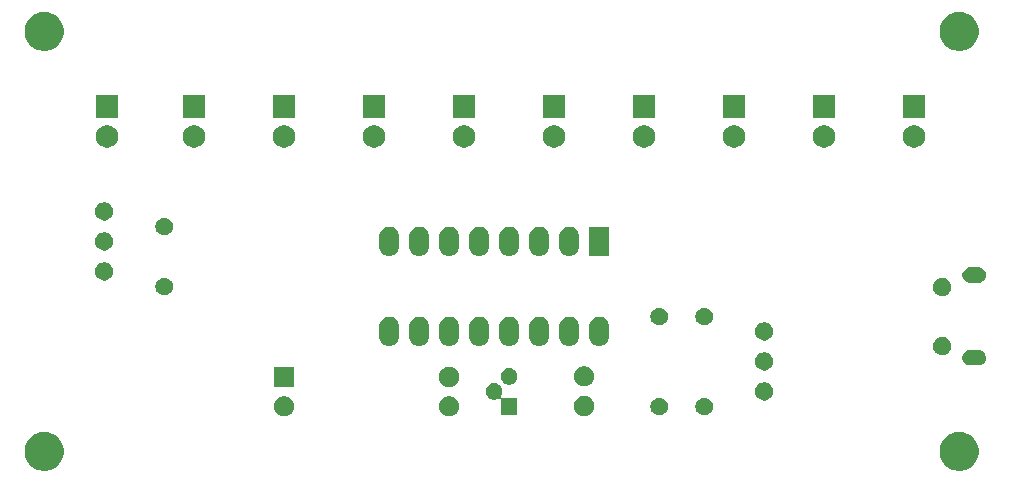
<source format=gbr>
G04 #@! TF.GenerationSoftware,KiCad,Pcbnew,(5.1.5)-3*
G04 #@! TF.CreationDate,2019-12-24T23:01:53+08:00*
G04 #@! TF.ProjectId,voice_ctrl_flow_ledled,766f6963-655f-4637-9472-6c5f666c6f77,rev?*
G04 #@! TF.SameCoordinates,Original*
G04 #@! TF.FileFunction,Soldermask,Bot*
G04 #@! TF.FilePolarity,Negative*
%FSLAX46Y46*%
G04 Gerber Fmt 4.6, Leading zero omitted, Abs format (unit mm)*
G04 Created by KiCad (PCBNEW (5.1.5)-3) date 2019-12-24 23:01:53*
%MOMM*%
%LPD*%
G04 APERTURE LIST*
%ADD10C,0.100000*%
G04 APERTURE END LIST*
D10*
G36*
X201035256Y-97451298D02*
G01*
X201141579Y-97472447D01*
X201442042Y-97596903D01*
X201712451Y-97777585D01*
X201942415Y-98007549D01*
X202123097Y-98277958D01*
X202247553Y-98578421D01*
X202311000Y-98897391D01*
X202311000Y-99222609D01*
X202247553Y-99541579D01*
X202123097Y-99842042D01*
X201942415Y-100112451D01*
X201712451Y-100342415D01*
X201442042Y-100523097D01*
X201141579Y-100647553D01*
X201035256Y-100668702D01*
X200822611Y-100711000D01*
X200497389Y-100711000D01*
X200284744Y-100668702D01*
X200178421Y-100647553D01*
X199877958Y-100523097D01*
X199607549Y-100342415D01*
X199377585Y-100112451D01*
X199196903Y-99842042D01*
X199072447Y-99541579D01*
X199009000Y-99222609D01*
X199009000Y-98897391D01*
X199072447Y-98578421D01*
X199196903Y-98277958D01*
X199377585Y-98007549D01*
X199607549Y-97777585D01*
X199877958Y-97596903D01*
X200178421Y-97472447D01*
X200284744Y-97451298D01*
X200497389Y-97409000D01*
X200822611Y-97409000D01*
X201035256Y-97451298D01*
G37*
G36*
X123565256Y-97451298D02*
G01*
X123671579Y-97472447D01*
X123972042Y-97596903D01*
X124242451Y-97777585D01*
X124472415Y-98007549D01*
X124653097Y-98277958D01*
X124777553Y-98578421D01*
X124841000Y-98897391D01*
X124841000Y-99222609D01*
X124777553Y-99541579D01*
X124653097Y-99842042D01*
X124472415Y-100112451D01*
X124242451Y-100342415D01*
X123972042Y-100523097D01*
X123671579Y-100647553D01*
X123565256Y-100668702D01*
X123352611Y-100711000D01*
X123027389Y-100711000D01*
X122814744Y-100668702D01*
X122708421Y-100647553D01*
X122407958Y-100523097D01*
X122137549Y-100342415D01*
X121907585Y-100112451D01*
X121726903Y-99842042D01*
X121602447Y-99541579D01*
X121539000Y-99222609D01*
X121539000Y-98897391D01*
X121602447Y-98578421D01*
X121726903Y-98277958D01*
X121907585Y-98007549D01*
X122137549Y-97777585D01*
X122407958Y-97596903D01*
X122708421Y-97472447D01*
X122814744Y-97451298D01*
X123027389Y-97409000D01*
X123352611Y-97409000D01*
X123565256Y-97451298D01*
G37*
G36*
X157728228Y-94431703D02*
G01*
X157883100Y-94495853D01*
X158022481Y-94588985D01*
X158141015Y-94707519D01*
X158234147Y-94846900D01*
X158298297Y-95001772D01*
X158331000Y-95166184D01*
X158331000Y-95333816D01*
X158298297Y-95498228D01*
X158234147Y-95653100D01*
X158141015Y-95792481D01*
X158022481Y-95911015D01*
X157883100Y-96004147D01*
X157728228Y-96068297D01*
X157563816Y-96101000D01*
X157396184Y-96101000D01*
X157231772Y-96068297D01*
X157076900Y-96004147D01*
X156937519Y-95911015D01*
X156818985Y-95792481D01*
X156725853Y-95653100D01*
X156661703Y-95498228D01*
X156629000Y-95333816D01*
X156629000Y-95166184D01*
X156661703Y-95001772D01*
X156725853Y-94846900D01*
X156818985Y-94707519D01*
X156937519Y-94588985D01*
X157076900Y-94495853D01*
X157231772Y-94431703D01*
X157396184Y-94399000D01*
X157563816Y-94399000D01*
X157728228Y-94431703D01*
G37*
G36*
X143758228Y-94431703D02*
G01*
X143913100Y-94495853D01*
X144052481Y-94588985D01*
X144171015Y-94707519D01*
X144264147Y-94846900D01*
X144328297Y-95001772D01*
X144361000Y-95166184D01*
X144361000Y-95333816D01*
X144328297Y-95498228D01*
X144264147Y-95653100D01*
X144171015Y-95792481D01*
X144052481Y-95911015D01*
X143913100Y-96004147D01*
X143758228Y-96068297D01*
X143593816Y-96101000D01*
X143426184Y-96101000D01*
X143261772Y-96068297D01*
X143106900Y-96004147D01*
X142967519Y-95911015D01*
X142848985Y-95792481D01*
X142755853Y-95653100D01*
X142691703Y-95498228D01*
X142659000Y-95333816D01*
X142659000Y-95166184D01*
X142691703Y-95001772D01*
X142755853Y-94846900D01*
X142848985Y-94707519D01*
X142967519Y-94588985D01*
X143106900Y-94495853D01*
X143261772Y-94431703D01*
X143426184Y-94399000D01*
X143593816Y-94399000D01*
X143758228Y-94431703D01*
G37*
G36*
X169158228Y-94391703D02*
G01*
X169313100Y-94455853D01*
X169452481Y-94548985D01*
X169571015Y-94667519D01*
X169664147Y-94806900D01*
X169728297Y-94961772D01*
X169761000Y-95126184D01*
X169761000Y-95293816D01*
X169728297Y-95458228D01*
X169664147Y-95613100D01*
X169571015Y-95752481D01*
X169452481Y-95871015D01*
X169313100Y-95964147D01*
X169158228Y-96028297D01*
X168993816Y-96061000D01*
X168826184Y-96061000D01*
X168661772Y-96028297D01*
X168506900Y-95964147D01*
X168367519Y-95871015D01*
X168248985Y-95752481D01*
X168155853Y-95613100D01*
X168091703Y-95458228D01*
X168059000Y-95293816D01*
X168059000Y-95126184D01*
X168091703Y-94961772D01*
X168155853Y-94806900D01*
X168248985Y-94667519D01*
X168367519Y-94548985D01*
X168506900Y-94455853D01*
X168661772Y-94391703D01*
X168826184Y-94359000D01*
X168993816Y-94359000D01*
X169158228Y-94391703D01*
G37*
G36*
X175479059Y-94527860D02*
G01*
X175536735Y-94551750D01*
X175615732Y-94584472D01*
X175738735Y-94666660D01*
X175843340Y-94771265D01*
X175925528Y-94894268D01*
X175982140Y-95030941D01*
X176011000Y-95176033D01*
X176011000Y-95323967D01*
X175982140Y-95469059D01*
X175925528Y-95605732D01*
X175843340Y-95728735D01*
X175738735Y-95833340D01*
X175615732Y-95915528D01*
X175615731Y-95915529D01*
X175615730Y-95915529D01*
X175479059Y-95972140D01*
X175333968Y-96001000D01*
X175186032Y-96001000D01*
X175040941Y-95972140D01*
X174904270Y-95915529D01*
X174904269Y-95915529D01*
X174904268Y-95915528D01*
X174781265Y-95833340D01*
X174676660Y-95728735D01*
X174594472Y-95605732D01*
X174537860Y-95469059D01*
X174509000Y-95323967D01*
X174509000Y-95176033D01*
X174537860Y-95030941D01*
X174594472Y-94894268D01*
X174676660Y-94771265D01*
X174781265Y-94666660D01*
X174904268Y-94584472D01*
X174983266Y-94551750D01*
X175040941Y-94527860D01*
X175186032Y-94499000D01*
X175333968Y-94499000D01*
X175479059Y-94527860D01*
G37*
G36*
X179289059Y-94527860D02*
G01*
X179346735Y-94551750D01*
X179425732Y-94584472D01*
X179548735Y-94666660D01*
X179653340Y-94771265D01*
X179735528Y-94894268D01*
X179792140Y-95030941D01*
X179821000Y-95176033D01*
X179821000Y-95323967D01*
X179792140Y-95469059D01*
X179735528Y-95605732D01*
X179653340Y-95728735D01*
X179548735Y-95833340D01*
X179425732Y-95915528D01*
X179425731Y-95915529D01*
X179425730Y-95915529D01*
X179289059Y-95972140D01*
X179143968Y-96001000D01*
X178996032Y-96001000D01*
X178850941Y-95972140D01*
X178714270Y-95915529D01*
X178714269Y-95915529D01*
X178714268Y-95915528D01*
X178591265Y-95833340D01*
X178486660Y-95728735D01*
X178404472Y-95605732D01*
X178347860Y-95469059D01*
X178319000Y-95323967D01*
X178319000Y-95176033D01*
X178347860Y-95030941D01*
X178404472Y-94894268D01*
X178486660Y-94771265D01*
X178591265Y-94666660D01*
X178714268Y-94584472D01*
X178793266Y-94551750D01*
X178850941Y-94527860D01*
X178996032Y-94499000D01*
X179143968Y-94499000D01*
X179289059Y-94527860D01*
G37*
G36*
X161494473Y-93305938D02*
G01*
X161622049Y-93358782D01*
X161736859Y-93435495D01*
X161834505Y-93533141D01*
X161911218Y-93647951D01*
X161964062Y-93775527D01*
X161991000Y-93910956D01*
X161991000Y-94049044D01*
X161964062Y-94184473D01*
X161911218Y-94312049D01*
X161882816Y-94354556D01*
X161871265Y-94376167D01*
X161864152Y-94399616D01*
X161861750Y-94424002D01*
X161864152Y-94448388D01*
X161871265Y-94471837D01*
X161882817Y-94493447D01*
X161898362Y-94512389D01*
X161917304Y-94527934D01*
X161938915Y-94539485D01*
X161962364Y-94546598D01*
X161986749Y-94549000D01*
X163261000Y-94549000D01*
X163261000Y-95951000D01*
X161859000Y-95951000D01*
X161859000Y-94676749D01*
X161856598Y-94652363D01*
X161849485Y-94628914D01*
X161837934Y-94607303D01*
X161822389Y-94588361D01*
X161803447Y-94572816D01*
X161781836Y-94561265D01*
X161758387Y-94554152D01*
X161734001Y-94551750D01*
X161709615Y-94554152D01*
X161686166Y-94561265D01*
X161664556Y-94572816D01*
X161622049Y-94601218D01*
X161494473Y-94654062D01*
X161359044Y-94681000D01*
X161220956Y-94681000D01*
X161085527Y-94654062D01*
X160957951Y-94601218D01*
X160843141Y-94524505D01*
X160745495Y-94426859D01*
X160668782Y-94312049D01*
X160615938Y-94184473D01*
X160589000Y-94049044D01*
X160589000Y-93910956D01*
X160615938Y-93775527D01*
X160668782Y-93647951D01*
X160745495Y-93533141D01*
X160843141Y-93435495D01*
X160957951Y-93358782D01*
X161085527Y-93305938D01*
X161220956Y-93279000D01*
X161359044Y-93279000D01*
X161494473Y-93305938D01*
G37*
G36*
X184275589Y-93218876D02*
G01*
X184374893Y-93238629D01*
X184515206Y-93296748D01*
X184641484Y-93381125D01*
X184748875Y-93488516D01*
X184833252Y-93614794D01*
X184891371Y-93755107D01*
X184921000Y-93904063D01*
X184921000Y-94055937D01*
X184891371Y-94204893D01*
X184833252Y-94345206D01*
X184748875Y-94471484D01*
X184641484Y-94578875D01*
X184515206Y-94663252D01*
X184374893Y-94721371D01*
X184275589Y-94741124D01*
X184225938Y-94751000D01*
X184074062Y-94751000D01*
X184024411Y-94741124D01*
X183925107Y-94721371D01*
X183784794Y-94663252D01*
X183658516Y-94578875D01*
X183551125Y-94471484D01*
X183466748Y-94345206D01*
X183408629Y-94204893D01*
X183379000Y-94055937D01*
X183379000Y-93904063D01*
X183408629Y-93755107D01*
X183466748Y-93614794D01*
X183551125Y-93488516D01*
X183658516Y-93381125D01*
X183784794Y-93296748D01*
X183925107Y-93238629D01*
X184024411Y-93218876D01*
X184074062Y-93209000D01*
X184225938Y-93209000D01*
X184275589Y-93218876D01*
G37*
G36*
X157728228Y-91931703D02*
G01*
X157883100Y-91995853D01*
X158022481Y-92088985D01*
X158141015Y-92207519D01*
X158234147Y-92346900D01*
X158298297Y-92501772D01*
X158331000Y-92666184D01*
X158331000Y-92833816D01*
X158298297Y-92998228D01*
X158234147Y-93153100D01*
X158141015Y-93292481D01*
X158022481Y-93411015D01*
X157883100Y-93504147D01*
X157728228Y-93568297D01*
X157563816Y-93601000D01*
X157396184Y-93601000D01*
X157231772Y-93568297D01*
X157076900Y-93504147D01*
X156937519Y-93411015D01*
X156818985Y-93292481D01*
X156725853Y-93153100D01*
X156661703Y-92998228D01*
X156629000Y-92833816D01*
X156629000Y-92666184D01*
X156661703Y-92501772D01*
X156725853Y-92346900D01*
X156818985Y-92207519D01*
X156937519Y-92088985D01*
X157076900Y-91995853D01*
X157231772Y-91931703D01*
X157396184Y-91899000D01*
X157563816Y-91899000D01*
X157728228Y-91931703D01*
G37*
G36*
X144361000Y-93601000D02*
G01*
X142659000Y-93601000D01*
X142659000Y-91899000D01*
X144361000Y-91899000D01*
X144361000Y-93601000D01*
G37*
G36*
X169158228Y-91891703D02*
G01*
X169313100Y-91955853D01*
X169452481Y-92048985D01*
X169571015Y-92167519D01*
X169664147Y-92306900D01*
X169728297Y-92461772D01*
X169761000Y-92626184D01*
X169761000Y-92793816D01*
X169728297Y-92958228D01*
X169664147Y-93113100D01*
X169571015Y-93252481D01*
X169452481Y-93371015D01*
X169313100Y-93464147D01*
X169158228Y-93528297D01*
X168993816Y-93561000D01*
X168826184Y-93561000D01*
X168661772Y-93528297D01*
X168506900Y-93464147D01*
X168367519Y-93371015D01*
X168248985Y-93252481D01*
X168155853Y-93113100D01*
X168091703Y-92958228D01*
X168059000Y-92793816D01*
X168059000Y-92626184D01*
X168091703Y-92461772D01*
X168155853Y-92306900D01*
X168248985Y-92167519D01*
X168367519Y-92048985D01*
X168506900Y-91955853D01*
X168661772Y-91891703D01*
X168826184Y-91859000D01*
X168993816Y-91859000D01*
X169158228Y-91891703D01*
G37*
G36*
X162764473Y-92035938D02*
G01*
X162892049Y-92088782D01*
X163006859Y-92165495D01*
X163104505Y-92263141D01*
X163181218Y-92377951D01*
X163234062Y-92505527D01*
X163261000Y-92640956D01*
X163261000Y-92779044D01*
X163234062Y-92914473D01*
X163181218Y-93042049D01*
X163104505Y-93156859D01*
X163006859Y-93254505D01*
X162892049Y-93331218D01*
X162764473Y-93384062D01*
X162629044Y-93411000D01*
X162490956Y-93411000D01*
X162355527Y-93384062D01*
X162227951Y-93331218D01*
X162113141Y-93254505D01*
X162015495Y-93156859D01*
X161938782Y-93042049D01*
X161885938Y-92914473D01*
X161859000Y-92779044D01*
X161859000Y-92640956D01*
X161885938Y-92505527D01*
X161938782Y-92377951D01*
X162015495Y-92263141D01*
X162113141Y-92165495D01*
X162227951Y-92088782D01*
X162355527Y-92035938D01*
X162490956Y-92009000D01*
X162629044Y-92009000D01*
X162764473Y-92035938D01*
G37*
G36*
X184275589Y-90678876D02*
G01*
X184374893Y-90698629D01*
X184515206Y-90756748D01*
X184641484Y-90841125D01*
X184748875Y-90948516D01*
X184833252Y-91074794D01*
X184891371Y-91215107D01*
X184921000Y-91364063D01*
X184921000Y-91515937D01*
X184891371Y-91664893D01*
X184833252Y-91805206D01*
X184748875Y-91931484D01*
X184641484Y-92038875D01*
X184515206Y-92123252D01*
X184374893Y-92181371D01*
X184275589Y-92201124D01*
X184225938Y-92211000D01*
X184074062Y-92211000D01*
X184024411Y-92201124D01*
X183925107Y-92181371D01*
X183784794Y-92123252D01*
X183658516Y-92038875D01*
X183551125Y-91931484D01*
X183466748Y-91805206D01*
X183408629Y-91664893D01*
X183379000Y-91515937D01*
X183379000Y-91364063D01*
X183408629Y-91215107D01*
X183466748Y-91074794D01*
X183551125Y-90948516D01*
X183658516Y-90841125D01*
X183784794Y-90756748D01*
X183925107Y-90698629D01*
X184024411Y-90678876D01*
X184074062Y-90669000D01*
X184225938Y-90669000D01*
X184275589Y-90678876D01*
G37*
G36*
X202343855Y-90482140D02*
G01*
X202407618Y-90488420D01*
X202498404Y-90515960D01*
X202530336Y-90525646D01*
X202643425Y-90586094D01*
X202742554Y-90667446D01*
X202823906Y-90766575D01*
X202884354Y-90879664D01*
X202884355Y-90879668D01*
X202921580Y-91002382D01*
X202934149Y-91130000D01*
X202921580Y-91257618D01*
X202894040Y-91348404D01*
X202884354Y-91380336D01*
X202823906Y-91493425D01*
X202742554Y-91592554D01*
X202643425Y-91673906D01*
X202530336Y-91734354D01*
X202498404Y-91744040D01*
X202407618Y-91771580D01*
X202343855Y-91777860D01*
X202311974Y-91781000D01*
X201548026Y-91781000D01*
X201516145Y-91777860D01*
X201452382Y-91771580D01*
X201361596Y-91744040D01*
X201329664Y-91734354D01*
X201216575Y-91673906D01*
X201117446Y-91592554D01*
X201036094Y-91493425D01*
X200975646Y-91380336D01*
X200965960Y-91348404D01*
X200938420Y-91257618D01*
X200925851Y-91130000D01*
X200938420Y-91002382D01*
X200975645Y-90879668D01*
X200975646Y-90879664D01*
X201036094Y-90766575D01*
X201117446Y-90667446D01*
X201216575Y-90586094D01*
X201329664Y-90525646D01*
X201361596Y-90515960D01*
X201452382Y-90488420D01*
X201516145Y-90482140D01*
X201548026Y-90479000D01*
X202311974Y-90479000D01*
X202343855Y-90482140D01*
G37*
G36*
X199456348Y-89383820D02*
G01*
X199456350Y-89383821D01*
X199456351Y-89383821D01*
X199597574Y-89442317D01*
X199597577Y-89442319D01*
X199724669Y-89527239D01*
X199832761Y-89635331D01*
X199856594Y-89671000D01*
X199917683Y-89762426D01*
X199976179Y-89903649D01*
X199976180Y-89903652D01*
X200006000Y-90053569D01*
X200006000Y-90206429D01*
X199976179Y-90356351D01*
X199917683Y-90497574D01*
X199917681Y-90497577D01*
X199832761Y-90624669D01*
X199724669Y-90732761D01*
X199597577Y-90817681D01*
X199597574Y-90817683D01*
X199456351Y-90876179D01*
X199456350Y-90876179D01*
X199456348Y-90876180D01*
X199306431Y-90906000D01*
X199153569Y-90906000D01*
X199003652Y-90876180D01*
X199003650Y-90876179D01*
X199003649Y-90876179D01*
X198862426Y-90817683D01*
X198862423Y-90817681D01*
X198735331Y-90732761D01*
X198627239Y-90624669D01*
X198542319Y-90497577D01*
X198542317Y-90497574D01*
X198483821Y-90356351D01*
X198454000Y-90206429D01*
X198454000Y-90053569D01*
X198483820Y-89903652D01*
X198483821Y-89903649D01*
X198542317Y-89762426D01*
X198603406Y-89671000D01*
X198627239Y-89635331D01*
X198735331Y-89527239D01*
X198862423Y-89442319D01*
X198862426Y-89442317D01*
X199003649Y-89383821D01*
X199003650Y-89383821D01*
X199003652Y-89383820D01*
X199153569Y-89354000D01*
X199306431Y-89354000D01*
X199456348Y-89383820D01*
G37*
G36*
X167806823Y-87661313D02*
G01*
X167937380Y-87700917D01*
X167947437Y-87703968D01*
X167967242Y-87709976D01*
X168099906Y-87780886D01*
X168115078Y-87788996D01*
X168244659Y-87895341D01*
X168351004Y-88024922D01*
X168351005Y-88024924D01*
X168430024Y-88172758D01*
X168478687Y-88333178D01*
X168491000Y-88458197D01*
X168491000Y-89341804D01*
X168478687Y-89466823D01*
X168430024Y-89627242D01*
X168359114Y-89759906D01*
X168351004Y-89775078D01*
X168245488Y-89903649D01*
X168244659Y-89904659D01*
X168115077Y-90011005D01*
X167967241Y-90090024D01*
X167806822Y-90138687D01*
X167640000Y-90155117D01*
X167473177Y-90138687D01*
X167312758Y-90090024D01*
X167164924Y-90011005D01*
X167164922Y-90011004D01*
X167035341Y-89904659D01*
X167034512Y-89903649D01*
X166928995Y-89775077D01*
X166849976Y-89627241D01*
X166801313Y-89466822D01*
X166789000Y-89341803D01*
X166789000Y-88458197D01*
X166801314Y-88333177D01*
X166849977Y-88172758D01*
X166928996Y-88024924D01*
X166928997Y-88024922D01*
X167035342Y-87895341D01*
X167164923Y-87788996D01*
X167180095Y-87780886D01*
X167312759Y-87709976D01*
X167332565Y-87703968D01*
X167342621Y-87700917D01*
X167473178Y-87661313D01*
X167640000Y-87644883D01*
X167806823Y-87661313D01*
G37*
G36*
X152566823Y-87661313D02*
G01*
X152697380Y-87700917D01*
X152707437Y-87703968D01*
X152727242Y-87709976D01*
X152859906Y-87780886D01*
X152875078Y-87788996D01*
X153004659Y-87895341D01*
X153111004Y-88024922D01*
X153111005Y-88024924D01*
X153190024Y-88172758D01*
X153238687Y-88333178D01*
X153251000Y-88458197D01*
X153251000Y-89341804D01*
X153238687Y-89466823D01*
X153190024Y-89627242D01*
X153119114Y-89759906D01*
X153111004Y-89775078D01*
X153005488Y-89903649D01*
X153004659Y-89904659D01*
X152875077Y-90011005D01*
X152727241Y-90090024D01*
X152566822Y-90138687D01*
X152400000Y-90155117D01*
X152233177Y-90138687D01*
X152072758Y-90090024D01*
X151924924Y-90011005D01*
X151924922Y-90011004D01*
X151795341Y-89904659D01*
X151794512Y-89903649D01*
X151688995Y-89775077D01*
X151609976Y-89627241D01*
X151561313Y-89466822D01*
X151549000Y-89341803D01*
X151549000Y-88458197D01*
X151561314Y-88333177D01*
X151609977Y-88172758D01*
X151688996Y-88024924D01*
X151688997Y-88024922D01*
X151795342Y-87895341D01*
X151924923Y-87788996D01*
X151940095Y-87780886D01*
X152072759Y-87709976D01*
X152092565Y-87703968D01*
X152102621Y-87700917D01*
X152233178Y-87661313D01*
X152400000Y-87644883D01*
X152566823Y-87661313D01*
G37*
G36*
X155106823Y-87661313D02*
G01*
X155237380Y-87700917D01*
X155247437Y-87703968D01*
X155267242Y-87709976D01*
X155399906Y-87780886D01*
X155415078Y-87788996D01*
X155544659Y-87895341D01*
X155651004Y-88024922D01*
X155651005Y-88024924D01*
X155730024Y-88172758D01*
X155778687Y-88333178D01*
X155791000Y-88458197D01*
X155791000Y-89341804D01*
X155778687Y-89466823D01*
X155730024Y-89627242D01*
X155659114Y-89759906D01*
X155651004Y-89775078D01*
X155545488Y-89903649D01*
X155544659Y-89904659D01*
X155415077Y-90011005D01*
X155267241Y-90090024D01*
X155106822Y-90138687D01*
X154940000Y-90155117D01*
X154773177Y-90138687D01*
X154612758Y-90090024D01*
X154464924Y-90011005D01*
X154464922Y-90011004D01*
X154335341Y-89904659D01*
X154334512Y-89903649D01*
X154228995Y-89775077D01*
X154149976Y-89627241D01*
X154101313Y-89466822D01*
X154089000Y-89341803D01*
X154089000Y-88458197D01*
X154101314Y-88333177D01*
X154149977Y-88172758D01*
X154228996Y-88024924D01*
X154228997Y-88024922D01*
X154335342Y-87895341D01*
X154464923Y-87788996D01*
X154480095Y-87780886D01*
X154612759Y-87709976D01*
X154632565Y-87703968D01*
X154642621Y-87700917D01*
X154773178Y-87661313D01*
X154940000Y-87644883D01*
X155106823Y-87661313D01*
G37*
G36*
X157646823Y-87661313D02*
G01*
X157777380Y-87700917D01*
X157787437Y-87703968D01*
X157807242Y-87709976D01*
X157939906Y-87780886D01*
X157955078Y-87788996D01*
X158084659Y-87895341D01*
X158191004Y-88024922D01*
X158191005Y-88024924D01*
X158270024Y-88172758D01*
X158318687Y-88333178D01*
X158331000Y-88458197D01*
X158331000Y-89341804D01*
X158318687Y-89466823D01*
X158270024Y-89627242D01*
X158199114Y-89759906D01*
X158191004Y-89775078D01*
X158085488Y-89903649D01*
X158084659Y-89904659D01*
X157955077Y-90011005D01*
X157807241Y-90090024D01*
X157646822Y-90138687D01*
X157480000Y-90155117D01*
X157313177Y-90138687D01*
X157152758Y-90090024D01*
X157004924Y-90011005D01*
X157004922Y-90011004D01*
X156875341Y-89904659D01*
X156874512Y-89903649D01*
X156768995Y-89775077D01*
X156689976Y-89627241D01*
X156641313Y-89466822D01*
X156629000Y-89341803D01*
X156629000Y-88458197D01*
X156641314Y-88333177D01*
X156689977Y-88172758D01*
X156768996Y-88024924D01*
X156768997Y-88024922D01*
X156875342Y-87895341D01*
X157004923Y-87788996D01*
X157020095Y-87780886D01*
X157152759Y-87709976D01*
X157172565Y-87703968D01*
X157182621Y-87700917D01*
X157313178Y-87661313D01*
X157480000Y-87644883D01*
X157646823Y-87661313D01*
G37*
G36*
X160186823Y-87661313D02*
G01*
X160317380Y-87700917D01*
X160327437Y-87703968D01*
X160347242Y-87709976D01*
X160479906Y-87780886D01*
X160495078Y-87788996D01*
X160624659Y-87895341D01*
X160731004Y-88024922D01*
X160731005Y-88024924D01*
X160810024Y-88172758D01*
X160858687Y-88333178D01*
X160871000Y-88458197D01*
X160871000Y-89341804D01*
X160858687Y-89466823D01*
X160810024Y-89627242D01*
X160739114Y-89759906D01*
X160731004Y-89775078D01*
X160625488Y-89903649D01*
X160624659Y-89904659D01*
X160495077Y-90011005D01*
X160347241Y-90090024D01*
X160186822Y-90138687D01*
X160020000Y-90155117D01*
X159853177Y-90138687D01*
X159692758Y-90090024D01*
X159544924Y-90011005D01*
X159544922Y-90011004D01*
X159415341Y-89904659D01*
X159414512Y-89903649D01*
X159308995Y-89775077D01*
X159229976Y-89627241D01*
X159181313Y-89466822D01*
X159169000Y-89341803D01*
X159169000Y-88458197D01*
X159181314Y-88333177D01*
X159229977Y-88172758D01*
X159308996Y-88024924D01*
X159308997Y-88024922D01*
X159415342Y-87895341D01*
X159544923Y-87788996D01*
X159560095Y-87780886D01*
X159692759Y-87709976D01*
X159712565Y-87703968D01*
X159722621Y-87700917D01*
X159853178Y-87661313D01*
X160020000Y-87644883D01*
X160186823Y-87661313D01*
G37*
G36*
X162726823Y-87661313D02*
G01*
X162857380Y-87700917D01*
X162867437Y-87703968D01*
X162887242Y-87709976D01*
X163019906Y-87780886D01*
X163035078Y-87788996D01*
X163164659Y-87895341D01*
X163271004Y-88024922D01*
X163271005Y-88024924D01*
X163350024Y-88172758D01*
X163398687Y-88333178D01*
X163411000Y-88458197D01*
X163411000Y-89341804D01*
X163398687Y-89466823D01*
X163350024Y-89627242D01*
X163279114Y-89759906D01*
X163271004Y-89775078D01*
X163165488Y-89903649D01*
X163164659Y-89904659D01*
X163035077Y-90011005D01*
X162887241Y-90090024D01*
X162726822Y-90138687D01*
X162560000Y-90155117D01*
X162393177Y-90138687D01*
X162232758Y-90090024D01*
X162084924Y-90011005D01*
X162084922Y-90011004D01*
X161955341Y-89904659D01*
X161954512Y-89903649D01*
X161848995Y-89775077D01*
X161769976Y-89627241D01*
X161721313Y-89466822D01*
X161709000Y-89341803D01*
X161709000Y-88458197D01*
X161721314Y-88333177D01*
X161769977Y-88172758D01*
X161848996Y-88024924D01*
X161848997Y-88024922D01*
X161955342Y-87895341D01*
X162084923Y-87788996D01*
X162100095Y-87780886D01*
X162232759Y-87709976D01*
X162252565Y-87703968D01*
X162262621Y-87700917D01*
X162393178Y-87661313D01*
X162560000Y-87644883D01*
X162726823Y-87661313D01*
G37*
G36*
X165266823Y-87661313D02*
G01*
X165397380Y-87700917D01*
X165407437Y-87703968D01*
X165427242Y-87709976D01*
X165559906Y-87780886D01*
X165575078Y-87788996D01*
X165704659Y-87895341D01*
X165811004Y-88024922D01*
X165811005Y-88024924D01*
X165890024Y-88172758D01*
X165938687Y-88333178D01*
X165951000Y-88458197D01*
X165951000Y-89341804D01*
X165938687Y-89466823D01*
X165890024Y-89627242D01*
X165819114Y-89759906D01*
X165811004Y-89775078D01*
X165705488Y-89903649D01*
X165704659Y-89904659D01*
X165575077Y-90011005D01*
X165427241Y-90090024D01*
X165266822Y-90138687D01*
X165100000Y-90155117D01*
X164933177Y-90138687D01*
X164772758Y-90090024D01*
X164624924Y-90011005D01*
X164624922Y-90011004D01*
X164495341Y-89904659D01*
X164494512Y-89903649D01*
X164388995Y-89775077D01*
X164309976Y-89627241D01*
X164261313Y-89466822D01*
X164249000Y-89341803D01*
X164249000Y-88458197D01*
X164261314Y-88333177D01*
X164309977Y-88172758D01*
X164388996Y-88024924D01*
X164388997Y-88024922D01*
X164495342Y-87895341D01*
X164624923Y-87788996D01*
X164640095Y-87780886D01*
X164772759Y-87709976D01*
X164792565Y-87703968D01*
X164802621Y-87700917D01*
X164933178Y-87661313D01*
X165100000Y-87644883D01*
X165266823Y-87661313D01*
G37*
G36*
X170346823Y-87661313D02*
G01*
X170477380Y-87700917D01*
X170487437Y-87703968D01*
X170507242Y-87709976D01*
X170639906Y-87780886D01*
X170655078Y-87788996D01*
X170784659Y-87895341D01*
X170891004Y-88024922D01*
X170891005Y-88024924D01*
X170970024Y-88172758D01*
X171018687Y-88333178D01*
X171031000Y-88458197D01*
X171031000Y-89341804D01*
X171018687Y-89466823D01*
X170970024Y-89627242D01*
X170899114Y-89759906D01*
X170891004Y-89775078D01*
X170785488Y-89903649D01*
X170784659Y-89904659D01*
X170655077Y-90011005D01*
X170507241Y-90090024D01*
X170346822Y-90138687D01*
X170180000Y-90155117D01*
X170013177Y-90138687D01*
X169852758Y-90090024D01*
X169704924Y-90011005D01*
X169704922Y-90011004D01*
X169575341Y-89904659D01*
X169574512Y-89903649D01*
X169468995Y-89775077D01*
X169389976Y-89627241D01*
X169341313Y-89466822D01*
X169329000Y-89341803D01*
X169329000Y-88458197D01*
X169341314Y-88333177D01*
X169389977Y-88172758D01*
X169468996Y-88024924D01*
X169468997Y-88024922D01*
X169575342Y-87895341D01*
X169704923Y-87788996D01*
X169720095Y-87780886D01*
X169852759Y-87709976D01*
X169872565Y-87703968D01*
X169882621Y-87700917D01*
X170013178Y-87661313D01*
X170180000Y-87644883D01*
X170346823Y-87661313D01*
G37*
G36*
X184275589Y-88138876D02*
G01*
X184374893Y-88158629D01*
X184515206Y-88216748D01*
X184641484Y-88301125D01*
X184748875Y-88408516D01*
X184833252Y-88534794D01*
X184891371Y-88675107D01*
X184921000Y-88824063D01*
X184921000Y-88975937D01*
X184891371Y-89124893D01*
X184833252Y-89265206D01*
X184748875Y-89391484D01*
X184641484Y-89498875D01*
X184515206Y-89583252D01*
X184374893Y-89641371D01*
X184275589Y-89661124D01*
X184225938Y-89671000D01*
X184074062Y-89671000D01*
X184024411Y-89661124D01*
X183925107Y-89641371D01*
X183784794Y-89583252D01*
X183658516Y-89498875D01*
X183551125Y-89391484D01*
X183466748Y-89265206D01*
X183408629Y-89124893D01*
X183379000Y-88975937D01*
X183379000Y-88824063D01*
X183408629Y-88675107D01*
X183466748Y-88534794D01*
X183551125Y-88408516D01*
X183658516Y-88301125D01*
X183784794Y-88216748D01*
X183925107Y-88158629D01*
X184024411Y-88138876D01*
X184074062Y-88129000D01*
X184225938Y-88129000D01*
X184275589Y-88138876D01*
G37*
G36*
X179289059Y-86907860D02*
G01*
X179425732Y-86964472D01*
X179548735Y-87046660D01*
X179653340Y-87151265D01*
X179735528Y-87274268D01*
X179792140Y-87410941D01*
X179821000Y-87556033D01*
X179821000Y-87703967D01*
X179792140Y-87849059D01*
X179735528Y-87985732D01*
X179653340Y-88108735D01*
X179548735Y-88213340D01*
X179425732Y-88295528D01*
X179425731Y-88295529D01*
X179425730Y-88295529D01*
X179289059Y-88352140D01*
X179143968Y-88381000D01*
X178996032Y-88381000D01*
X178850941Y-88352140D01*
X178714270Y-88295529D01*
X178714269Y-88295529D01*
X178714268Y-88295528D01*
X178591265Y-88213340D01*
X178486660Y-88108735D01*
X178404472Y-87985732D01*
X178347860Y-87849059D01*
X178319000Y-87703967D01*
X178319000Y-87556033D01*
X178347860Y-87410941D01*
X178404472Y-87274268D01*
X178486660Y-87151265D01*
X178591265Y-87046660D01*
X178714268Y-86964472D01*
X178850941Y-86907860D01*
X178996032Y-86879000D01*
X179143968Y-86879000D01*
X179289059Y-86907860D01*
G37*
G36*
X175479059Y-86907860D02*
G01*
X175615732Y-86964472D01*
X175738735Y-87046660D01*
X175843340Y-87151265D01*
X175925528Y-87274268D01*
X175982140Y-87410941D01*
X176011000Y-87556033D01*
X176011000Y-87703967D01*
X175982140Y-87849059D01*
X175925528Y-87985732D01*
X175843340Y-88108735D01*
X175738735Y-88213340D01*
X175615732Y-88295528D01*
X175615731Y-88295529D01*
X175615730Y-88295529D01*
X175479059Y-88352140D01*
X175333968Y-88381000D01*
X175186032Y-88381000D01*
X175040941Y-88352140D01*
X174904270Y-88295529D01*
X174904269Y-88295529D01*
X174904268Y-88295528D01*
X174781265Y-88213340D01*
X174676660Y-88108735D01*
X174594472Y-87985732D01*
X174537860Y-87849059D01*
X174509000Y-87703967D01*
X174509000Y-87556033D01*
X174537860Y-87410941D01*
X174594472Y-87274268D01*
X174676660Y-87151265D01*
X174781265Y-87046660D01*
X174904268Y-86964472D01*
X175040941Y-86907860D01*
X175186032Y-86879000D01*
X175333968Y-86879000D01*
X175479059Y-86907860D01*
G37*
G36*
X199456348Y-84383820D02*
G01*
X199456350Y-84383821D01*
X199456351Y-84383821D01*
X199597574Y-84442317D01*
X199597577Y-84442319D01*
X199724669Y-84527239D01*
X199832761Y-84635331D01*
X199917681Y-84762423D01*
X199917683Y-84762426D01*
X199962631Y-84870941D01*
X199976180Y-84903652D01*
X200006000Y-85053569D01*
X200006000Y-85206429D01*
X199976179Y-85356351D01*
X199917683Y-85497574D01*
X199917681Y-85497577D01*
X199832761Y-85624669D01*
X199724669Y-85732761D01*
X199605870Y-85812140D01*
X199597574Y-85817683D01*
X199456351Y-85876179D01*
X199456350Y-85876179D01*
X199456348Y-85876180D01*
X199306431Y-85906000D01*
X199153569Y-85906000D01*
X199003652Y-85876180D01*
X199003650Y-85876179D01*
X199003649Y-85876179D01*
X198862426Y-85817683D01*
X198854130Y-85812140D01*
X198735331Y-85732761D01*
X198627239Y-85624669D01*
X198542319Y-85497577D01*
X198542317Y-85497574D01*
X198483821Y-85356351D01*
X198454000Y-85206429D01*
X198454000Y-85053569D01*
X198483820Y-84903652D01*
X198497369Y-84870941D01*
X198542317Y-84762426D01*
X198542319Y-84762423D01*
X198627239Y-84635331D01*
X198735331Y-84527239D01*
X198862423Y-84442319D01*
X198862426Y-84442317D01*
X199003649Y-84383821D01*
X199003650Y-84383821D01*
X199003652Y-84383820D01*
X199153569Y-84354000D01*
X199306431Y-84354000D01*
X199456348Y-84383820D01*
G37*
G36*
X133499379Y-84354000D02*
G01*
X133569059Y-84367860D01*
X133705732Y-84424472D01*
X133828735Y-84506660D01*
X133933340Y-84611265D01*
X133975195Y-84673906D01*
X134015529Y-84734270D01*
X134072140Y-84870941D01*
X134078647Y-84903652D01*
X134101000Y-85016033D01*
X134101000Y-85163967D01*
X134072140Y-85309059D01*
X134015528Y-85445732D01*
X133933340Y-85568735D01*
X133828735Y-85673340D01*
X133705732Y-85755528D01*
X133705731Y-85755529D01*
X133705730Y-85755529D01*
X133569059Y-85812140D01*
X133423968Y-85841000D01*
X133276032Y-85841000D01*
X133130941Y-85812140D01*
X132994270Y-85755529D01*
X132994269Y-85755529D01*
X132994268Y-85755528D01*
X132871265Y-85673340D01*
X132766660Y-85568735D01*
X132684472Y-85445732D01*
X132627860Y-85309059D01*
X132599000Y-85163967D01*
X132599000Y-85016033D01*
X132621354Y-84903652D01*
X132627860Y-84870941D01*
X132684471Y-84734270D01*
X132724805Y-84673906D01*
X132766660Y-84611265D01*
X132871265Y-84506660D01*
X132994268Y-84424472D01*
X133130941Y-84367860D01*
X133200621Y-84354000D01*
X133276032Y-84339000D01*
X133423968Y-84339000D01*
X133499379Y-84354000D01*
G37*
G36*
X202343855Y-83482140D02*
G01*
X202407618Y-83488420D01*
X202498404Y-83515960D01*
X202530336Y-83525646D01*
X202643425Y-83586094D01*
X202742554Y-83667446D01*
X202823906Y-83766575D01*
X202884354Y-83879664D01*
X202894040Y-83911596D01*
X202921580Y-84002382D01*
X202934149Y-84130000D01*
X202921580Y-84257618D01*
X202905240Y-84311483D01*
X202884354Y-84380336D01*
X202823906Y-84493425D01*
X202742554Y-84592554D01*
X202643425Y-84673906D01*
X202530336Y-84734354D01*
X202498404Y-84744040D01*
X202407618Y-84771580D01*
X202343855Y-84777860D01*
X202311974Y-84781000D01*
X201548026Y-84781000D01*
X201516145Y-84777860D01*
X201452382Y-84771580D01*
X201361596Y-84744040D01*
X201329664Y-84734354D01*
X201216575Y-84673906D01*
X201117446Y-84592554D01*
X201036094Y-84493425D01*
X200975646Y-84380336D01*
X200954760Y-84311483D01*
X200938420Y-84257618D01*
X200925851Y-84130000D01*
X200938420Y-84002382D01*
X200965960Y-83911596D01*
X200975646Y-83879664D01*
X201036094Y-83766575D01*
X201117446Y-83667446D01*
X201216575Y-83586094D01*
X201329664Y-83525646D01*
X201361596Y-83515960D01*
X201452382Y-83488420D01*
X201516145Y-83482140D01*
X201548026Y-83479000D01*
X202311974Y-83479000D01*
X202343855Y-83482140D01*
G37*
G36*
X128395589Y-83058876D02*
G01*
X128494893Y-83078629D01*
X128635206Y-83136748D01*
X128761484Y-83221125D01*
X128868875Y-83328516D01*
X128953252Y-83454794D01*
X129011371Y-83595107D01*
X129041000Y-83744063D01*
X129041000Y-83895937D01*
X129011371Y-84044893D01*
X128953252Y-84185206D01*
X128868875Y-84311484D01*
X128761484Y-84418875D01*
X128635206Y-84503252D01*
X128494893Y-84561371D01*
X128395589Y-84581124D01*
X128345938Y-84591000D01*
X128194062Y-84591000D01*
X128144411Y-84581124D01*
X128045107Y-84561371D01*
X127904794Y-84503252D01*
X127778516Y-84418875D01*
X127671125Y-84311484D01*
X127586748Y-84185206D01*
X127528629Y-84044893D01*
X127499000Y-83895937D01*
X127499000Y-83744063D01*
X127528629Y-83595107D01*
X127586748Y-83454794D01*
X127671125Y-83328516D01*
X127778516Y-83221125D01*
X127904794Y-83136748D01*
X128045107Y-83078629D01*
X128144411Y-83058876D01*
X128194062Y-83049000D01*
X128345938Y-83049000D01*
X128395589Y-83058876D01*
G37*
G36*
X160186823Y-80041313D02*
G01*
X160317380Y-80080917D01*
X160327437Y-80083968D01*
X160347242Y-80089976D01*
X160479906Y-80160886D01*
X160495078Y-80168996D01*
X160624659Y-80275341D01*
X160731004Y-80404922D01*
X160731005Y-80404924D01*
X160810024Y-80552758D01*
X160858687Y-80713178D01*
X160871000Y-80838197D01*
X160871000Y-81721804D01*
X160858687Y-81846823D01*
X160810024Y-82007242D01*
X160739114Y-82139906D01*
X160731004Y-82155078D01*
X160624659Y-82284659D01*
X160495077Y-82391005D01*
X160347241Y-82470024D01*
X160186822Y-82518687D01*
X160020000Y-82535117D01*
X159853177Y-82518687D01*
X159692758Y-82470024D01*
X159544924Y-82391005D01*
X159544922Y-82391004D01*
X159415341Y-82284659D01*
X159308995Y-82155077D01*
X159229976Y-82007241D01*
X159181313Y-81846822D01*
X159169000Y-81721803D01*
X159169000Y-80838197D01*
X159181314Y-80713177D01*
X159229977Y-80552758D01*
X159308996Y-80404924D01*
X159308997Y-80404922D01*
X159415342Y-80275341D01*
X159544923Y-80168996D01*
X159560095Y-80160886D01*
X159692759Y-80089976D01*
X159712565Y-80083968D01*
X159722621Y-80080917D01*
X159853178Y-80041313D01*
X160020000Y-80024883D01*
X160186823Y-80041313D01*
G37*
G36*
X152566823Y-80041313D02*
G01*
X152697380Y-80080917D01*
X152707437Y-80083968D01*
X152727242Y-80089976D01*
X152859906Y-80160886D01*
X152875078Y-80168996D01*
X153004659Y-80275341D01*
X153111004Y-80404922D01*
X153111005Y-80404924D01*
X153190024Y-80552758D01*
X153238687Y-80713178D01*
X153251000Y-80838197D01*
X153251000Y-81721804D01*
X153238687Y-81846823D01*
X153190024Y-82007242D01*
X153119114Y-82139906D01*
X153111004Y-82155078D01*
X153004659Y-82284659D01*
X152875077Y-82391005D01*
X152727241Y-82470024D01*
X152566822Y-82518687D01*
X152400000Y-82535117D01*
X152233177Y-82518687D01*
X152072758Y-82470024D01*
X151924924Y-82391005D01*
X151924922Y-82391004D01*
X151795341Y-82284659D01*
X151688995Y-82155077D01*
X151609976Y-82007241D01*
X151561313Y-81846822D01*
X151549000Y-81721803D01*
X151549000Y-80838197D01*
X151561314Y-80713177D01*
X151609977Y-80552758D01*
X151688996Y-80404924D01*
X151688997Y-80404922D01*
X151795342Y-80275341D01*
X151924923Y-80168996D01*
X151940095Y-80160886D01*
X152072759Y-80089976D01*
X152092565Y-80083968D01*
X152102621Y-80080917D01*
X152233178Y-80041313D01*
X152400000Y-80024883D01*
X152566823Y-80041313D01*
G37*
G36*
X155106823Y-80041313D02*
G01*
X155237380Y-80080917D01*
X155247437Y-80083968D01*
X155267242Y-80089976D01*
X155399906Y-80160886D01*
X155415078Y-80168996D01*
X155544659Y-80275341D01*
X155651004Y-80404922D01*
X155651005Y-80404924D01*
X155730024Y-80552758D01*
X155778687Y-80713178D01*
X155791000Y-80838197D01*
X155791000Y-81721804D01*
X155778687Y-81846823D01*
X155730024Y-82007242D01*
X155659114Y-82139906D01*
X155651004Y-82155078D01*
X155544659Y-82284659D01*
X155415077Y-82391005D01*
X155267241Y-82470024D01*
X155106822Y-82518687D01*
X154940000Y-82535117D01*
X154773177Y-82518687D01*
X154612758Y-82470024D01*
X154464924Y-82391005D01*
X154464922Y-82391004D01*
X154335341Y-82284659D01*
X154228995Y-82155077D01*
X154149976Y-82007241D01*
X154101313Y-81846822D01*
X154089000Y-81721803D01*
X154089000Y-80838197D01*
X154101314Y-80713177D01*
X154149977Y-80552758D01*
X154228996Y-80404924D01*
X154228997Y-80404922D01*
X154335342Y-80275341D01*
X154464923Y-80168996D01*
X154480095Y-80160886D01*
X154612759Y-80089976D01*
X154632565Y-80083968D01*
X154642621Y-80080917D01*
X154773178Y-80041313D01*
X154940000Y-80024883D01*
X155106823Y-80041313D01*
G37*
G36*
X157646823Y-80041313D02*
G01*
X157777380Y-80080917D01*
X157787437Y-80083968D01*
X157807242Y-80089976D01*
X157939906Y-80160886D01*
X157955078Y-80168996D01*
X158084659Y-80275341D01*
X158191004Y-80404922D01*
X158191005Y-80404924D01*
X158270024Y-80552758D01*
X158318687Y-80713178D01*
X158331000Y-80838197D01*
X158331000Y-81721804D01*
X158318687Y-81846823D01*
X158270024Y-82007242D01*
X158199114Y-82139906D01*
X158191004Y-82155078D01*
X158084659Y-82284659D01*
X157955077Y-82391005D01*
X157807241Y-82470024D01*
X157646822Y-82518687D01*
X157480000Y-82535117D01*
X157313177Y-82518687D01*
X157152758Y-82470024D01*
X157004924Y-82391005D01*
X157004922Y-82391004D01*
X156875341Y-82284659D01*
X156768995Y-82155077D01*
X156689976Y-82007241D01*
X156641313Y-81846822D01*
X156629000Y-81721803D01*
X156629000Y-80838197D01*
X156641314Y-80713177D01*
X156689977Y-80552758D01*
X156768996Y-80404924D01*
X156768997Y-80404922D01*
X156875342Y-80275341D01*
X157004923Y-80168996D01*
X157020095Y-80160886D01*
X157152759Y-80089976D01*
X157172565Y-80083968D01*
X157182621Y-80080917D01*
X157313178Y-80041313D01*
X157480000Y-80024883D01*
X157646823Y-80041313D01*
G37*
G36*
X165266823Y-80041313D02*
G01*
X165397380Y-80080917D01*
X165407437Y-80083968D01*
X165427242Y-80089976D01*
X165559906Y-80160886D01*
X165575078Y-80168996D01*
X165704659Y-80275341D01*
X165811004Y-80404922D01*
X165811005Y-80404924D01*
X165890024Y-80552758D01*
X165938687Y-80713178D01*
X165951000Y-80838197D01*
X165951000Y-81721804D01*
X165938687Y-81846823D01*
X165890024Y-82007242D01*
X165819114Y-82139906D01*
X165811004Y-82155078D01*
X165704659Y-82284659D01*
X165575077Y-82391005D01*
X165427241Y-82470024D01*
X165266822Y-82518687D01*
X165100000Y-82535117D01*
X164933177Y-82518687D01*
X164772758Y-82470024D01*
X164624924Y-82391005D01*
X164624922Y-82391004D01*
X164495341Y-82284659D01*
X164388995Y-82155077D01*
X164309976Y-82007241D01*
X164261313Y-81846822D01*
X164249000Y-81721803D01*
X164249000Y-80838197D01*
X164261314Y-80713177D01*
X164309977Y-80552758D01*
X164388996Y-80404924D01*
X164388997Y-80404922D01*
X164495342Y-80275341D01*
X164624923Y-80168996D01*
X164640095Y-80160886D01*
X164772759Y-80089976D01*
X164792565Y-80083968D01*
X164802621Y-80080917D01*
X164933178Y-80041313D01*
X165100000Y-80024883D01*
X165266823Y-80041313D01*
G37*
G36*
X167806823Y-80041313D02*
G01*
X167937380Y-80080917D01*
X167947437Y-80083968D01*
X167967242Y-80089976D01*
X168099906Y-80160886D01*
X168115078Y-80168996D01*
X168244659Y-80275341D01*
X168351004Y-80404922D01*
X168351005Y-80404924D01*
X168430024Y-80552758D01*
X168478687Y-80713178D01*
X168491000Y-80838197D01*
X168491000Y-81721804D01*
X168478687Y-81846823D01*
X168430024Y-82007242D01*
X168359114Y-82139906D01*
X168351004Y-82155078D01*
X168244659Y-82284659D01*
X168115077Y-82391005D01*
X167967241Y-82470024D01*
X167806822Y-82518687D01*
X167640000Y-82535117D01*
X167473177Y-82518687D01*
X167312758Y-82470024D01*
X167164924Y-82391005D01*
X167164922Y-82391004D01*
X167035341Y-82284659D01*
X166928995Y-82155077D01*
X166849976Y-82007241D01*
X166801313Y-81846822D01*
X166789000Y-81721803D01*
X166789000Y-80838197D01*
X166801314Y-80713177D01*
X166849977Y-80552758D01*
X166928996Y-80404924D01*
X166928997Y-80404922D01*
X167035342Y-80275341D01*
X167164923Y-80168996D01*
X167180095Y-80160886D01*
X167312759Y-80089976D01*
X167332565Y-80083968D01*
X167342621Y-80080917D01*
X167473178Y-80041313D01*
X167640000Y-80024883D01*
X167806823Y-80041313D01*
G37*
G36*
X162726823Y-80041313D02*
G01*
X162857380Y-80080917D01*
X162867437Y-80083968D01*
X162887242Y-80089976D01*
X163019906Y-80160886D01*
X163035078Y-80168996D01*
X163164659Y-80275341D01*
X163271004Y-80404922D01*
X163271005Y-80404924D01*
X163350024Y-80552758D01*
X163398687Y-80713178D01*
X163411000Y-80838197D01*
X163411000Y-81721804D01*
X163398687Y-81846823D01*
X163350024Y-82007242D01*
X163279114Y-82139906D01*
X163271004Y-82155078D01*
X163164659Y-82284659D01*
X163035077Y-82391005D01*
X162887241Y-82470024D01*
X162726822Y-82518687D01*
X162560000Y-82535117D01*
X162393177Y-82518687D01*
X162232758Y-82470024D01*
X162084924Y-82391005D01*
X162084922Y-82391004D01*
X161955341Y-82284659D01*
X161848995Y-82155077D01*
X161769976Y-82007241D01*
X161721313Y-81846822D01*
X161709000Y-81721803D01*
X161709000Y-80838197D01*
X161721314Y-80713177D01*
X161769977Y-80552758D01*
X161848996Y-80404924D01*
X161848997Y-80404922D01*
X161955342Y-80275341D01*
X162084923Y-80168996D01*
X162100095Y-80160886D01*
X162232759Y-80089976D01*
X162252565Y-80083968D01*
X162262621Y-80080917D01*
X162393178Y-80041313D01*
X162560000Y-80024883D01*
X162726823Y-80041313D01*
G37*
G36*
X171031000Y-82531000D02*
G01*
X169329000Y-82531000D01*
X169329000Y-80029000D01*
X171031000Y-80029000D01*
X171031000Y-82531000D01*
G37*
G36*
X128395589Y-80518876D02*
G01*
X128494893Y-80538629D01*
X128635206Y-80596748D01*
X128761484Y-80681125D01*
X128868875Y-80788516D01*
X128953252Y-80914794D01*
X129011371Y-81055107D01*
X129041000Y-81204063D01*
X129041000Y-81355937D01*
X129011371Y-81504893D01*
X128953252Y-81645206D01*
X128868875Y-81771484D01*
X128761484Y-81878875D01*
X128635206Y-81963252D01*
X128494893Y-82021371D01*
X128395589Y-82041124D01*
X128345938Y-82051000D01*
X128194062Y-82051000D01*
X128144411Y-82041124D01*
X128045107Y-82021371D01*
X127904794Y-81963252D01*
X127778516Y-81878875D01*
X127671125Y-81771484D01*
X127586748Y-81645206D01*
X127528629Y-81504893D01*
X127499000Y-81355937D01*
X127499000Y-81204063D01*
X127528629Y-81055107D01*
X127586748Y-80914794D01*
X127671125Y-80788516D01*
X127778516Y-80681125D01*
X127904794Y-80596748D01*
X128045107Y-80538629D01*
X128144411Y-80518876D01*
X128194062Y-80509000D01*
X128345938Y-80509000D01*
X128395589Y-80518876D01*
G37*
G36*
X133569059Y-79287860D02*
G01*
X133705732Y-79344472D01*
X133828735Y-79426660D01*
X133933340Y-79531265D01*
X134015528Y-79654268D01*
X134072140Y-79790941D01*
X134101000Y-79936033D01*
X134101000Y-80083967D01*
X134072140Y-80229059D01*
X134015528Y-80365732D01*
X133933340Y-80488735D01*
X133828735Y-80593340D01*
X133705732Y-80675528D01*
X133705731Y-80675529D01*
X133705730Y-80675529D01*
X133569059Y-80732140D01*
X133423968Y-80761000D01*
X133276032Y-80761000D01*
X133130941Y-80732140D01*
X132994270Y-80675529D01*
X132994269Y-80675529D01*
X132994268Y-80675528D01*
X132871265Y-80593340D01*
X132766660Y-80488735D01*
X132684472Y-80365732D01*
X132627860Y-80229059D01*
X132599000Y-80083967D01*
X132599000Y-79936033D01*
X132627860Y-79790941D01*
X132684472Y-79654268D01*
X132766660Y-79531265D01*
X132871265Y-79426660D01*
X132994268Y-79344472D01*
X133130941Y-79287860D01*
X133276032Y-79259000D01*
X133423968Y-79259000D01*
X133569059Y-79287860D01*
G37*
G36*
X128395589Y-77978876D02*
G01*
X128494893Y-77998629D01*
X128635206Y-78056748D01*
X128761484Y-78141125D01*
X128868875Y-78248516D01*
X128953252Y-78374794D01*
X129011371Y-78515107D01*
X129041000Y-78664063D01*
X129041000Y-78815937D01*
X129011371Y-78964893D01*
X128953252Y-79105206D01*
X128868875Y-79231484D01*
X128761484Y-79338875D01*
X128635206Y-79423252D01*
X128494893Y-79481371D01*
X128395589Y-79501124D01*
X128345938Y-79511000D01*
X128194062Y-79511000D01*
X128144411Y-79501124D01*
X128045107Y-79481371D01*
X127904794Y-79423252D01*
X127778516Y-79338875D01*
X127671125Y-79231484D01*
X127586748Y-79105206D01*
X127528629Y-78964893D01*
X127499000Y-78815937D01*
X127499000Y-78664063D01*
X127528629Y-78515107D01*
X127586748Y-78374794D01*
X127671125Y-78248516D01*
X127778516Y-78141125D01*
X127904794Y-78056748D01*
X128045107Y-77998629D01*
X128144411Y-77978876D01*
X128194062Y-77969000D01*
X128345938Y-77969000D01*
X128395589Y-77978876D01*
G37*
G36*
X166647395Y-71475546D02*
G01*
X166820466Y-71547234D01*
X166820467Y-71547235D01*
X166976227Y-71651310D01*
X167108690Y-71783773D01*
X167108691Y-71783775D01*
X167212766Y-71939534D01*
X167284454Y-72112605D01*
X167321000Y-72296333D01*
X167321000Y-72483667D01*
X167284454Y-72667395D01*
X167212766Y-72840466D01*
X167212765Y-72840467D01*
X167108690Y-72996227D01*
X166976227Y-73128690D01*
X166897818Y-73181081D01*
X166820466Y-73232766D01*
X166647395Y-73304454D01*
X166463667Y-73341000D01*
X166276333Y-73341000D01*
X166092605Y-73304454D01*
X165919534Y-73232766D01*
X165842182Y-73181081D01*
X165763773Y-73128690D01*
X165631310Y-72996227D01*
X165527235Y-72840467D01*
X165527234Y-72840466D01*
X165455546Y-72667395D01*
X165419000Y-72483667D01*
X165419000Y-72296333D01*
X165455546Y-72112605D01*
X165527234Y-71939534D01*
X165631309Y-71783775D01*
X165631310Y-71783773D01*
X165763773Y-71651310D01*
X165919533Y-71547235D01*
X165919534Y-71547234D01*
X166092605Y-71475546D01*
X166276333Y-71439000D01*
X166463667Y-71439000D01*
X166647395Y-71475546D01*
G37*
G36*
X128801395Y-71475546D02*
G01*
X128974466Y-71547234D01*
X128974467Y-71547235D01*
X129130227Y-71651310D01*
X129262690Y-71783773D01*
X129262691Y-71783775D01*
X129366766Y-71939534D01*
X129438454Y-72112605D01*
X129475000Y-72296333D01*
X129475000Y-72483667D01*
X129438454Y-72667395D01*
X129366766Y-72840466D01*
X129366765Y-72840467D01*
X129262690Y-72996227D01*
X129130227Y-73128690D01*
X129051818Y-73181081D01*
X128974466Y-73232766D01*
X128801395Y-73304454D01*
X128617667Y-73341000D01*
X128430333Y-73341000D01*
X128246605Y-73304454D01*
X128073534Y-73232766D01*
X127996182Y-73181081D01*
X127917773Y-73128690D01*
X127785310Y-72996227D01*
X127681235Y-72840467D01*
X127681234Y-72840466D01*
X127609546Y-72667395D01*
X127573000Y-72483667D01*
X127573000Y-72296333D01*
X127609546Y-72112605D01*
X127681234Y-71939534D01*
X127785309Y-71783775D01*
X127785310Y-71783773D01*
X127917773Y-71651310D01*
X128073533Y-71547235D01*
X128073534Y-71547234D01*
X128246605Y-71475546D01*
X128430333Y-71439000D01*
X128617667Y-71439000D01*
X128801395Y-71475546D01*
G37*
G36*
X136167395Y-71475546D02*
G01*
X136340466Y-71547234D01*
X136340467Y-71547235D01*
X136496227Y-71651310D01*
X136628690Y-71783773D01*
X136628691Y-71783775D01*
X136732766Y-71939534D01*
X136804454Y-72112605D01*
X136841000Y-72296333D01*
X136841000Y-72483667D01*
X136804454Y-72667395D01*
X136732766Y-72840466D01*
X136732765Y-72840467D01*
X136628690Y-72996227D01*
X136496227Y-73128690D01*
X136417818Y-73181081D01*
X136340466Y-73232766D01*
X136167395Y-73304454D01*
X135983667Y-73341000D01*
X135796333Y-73341000D01*
X135612605Y-73304454D01*
X135439534Y-73232766D01*
X135362182Y-73181081D01*
X135283773Y-73128690D01*
X135151310Y-72996227D01*
X135047235Y-72840467D01*
X135047234Y-72840466D01*
X134975546Y-72667395D01*
X134939000Y-72483667D01*
X134939000Y-72296333D01*
X134975546Y-72112605D01*
X135047234Y-71939534D01*
X135151309Y-71783775D01*
X135151310Y-71783773D01*
X135283773Y-71651310D01*
X135439533Y-71547235D01*
X135439534Y-71547234D01*
X135612605Y-71475546D01*
X135796333Y-71439000D01*
X135983667Y-71439000D01*
X136167395Y-71475546D01*
G37*
G36*
X174267395Y-71475546D02*
G01*
X174440466Y-71547234D01*
X174440467Y-71547235D01*
X174596227Y-71651310D01*
X174728690Y-71783773D01*
X174728691Y-71783775D01*
X174832766Y-71939534D01*
X174904454Y-72112605D01*
X174941000Y-72296333D01*
X174941000Y-72483667D01*
X174904454Y-72667395D01*
X174832766Y-72840466D01*
X174832765Y-72840467D01*
X174728690Y-72996227D01*
X174596227Y-73128690D01*
X174517818Y-73181081D01*
X174440466Y-73232766D01*
X174267395Y-73304454D01*
X174083667Y-73341000D01*
X173896333Y-73341000D01*
X173712605Y-73304454D01*
X173539534Y-73232766D01*
X173462182Y-73181081D01*
X173383773Y-73128690D01*
X173251310Y-72996227D01*
X173147235Y-72840467D01*
X173147234Y-72840466D01*
X173075546Y-72667395D01*
X173039000Y-72483667D01*
X173039000Y-72296333D01*
X173075546Y-72112605D01*
X173147234Y-71939534D01*
X173251309Y-71783775D01*
X173251310Y-71783773D01*
X173383773Y-71651310D01*
X173539533Y-71547235D01*
X173539534Y-71547234D01*
X173712605Y-71475546D01*
X173896333Y-71439000D01*
X174083667Y-71439000D01*
X174267395Y-71475546D01*
G37*
G36*
X181887395Y-71475546D02*
G01*
X182060466Y-71547234D01*
X182060467Y-71547235D01*
X182216227Y-71651310D01*
X182348690Y-71783773D01*
X182348691Y-71783775D01*
X182452766Y-71939534D01*
X182524454Y-72112605D01*
X182561000Y-72296333D01*
X182561000Y-72483667D01*
X182524454Y-72667395D01*
X182452766Y-72840466D01*
X182452765Y-72840467D01*
X182348690Y-72996227D01*
X182216227Y-73128690D01*
X182137818Y-73181081D01*
X182060466Y-73232766D01*
X181887395Y-73304454D01*
X181703667Y-73341000D01*
X181516333Y-73341000D01*
X181332605Y-73304454D01*
X181159534Y-73232766D01*
X181082182Y-73181081D01*
X181003773Y-73128690D01*
X180871310Y-72996227D01*
X180767235Y-72840467D01*
X180767234Y-72840466D01*
X180695546Y-72667395D01*
X180659000Y-72483667D01*
X180659000Y-72296333D01*
X180695546Y-72112605D01*
X180767234Y-71939534D01*
X180871309Y-71783775D01*
X180871310Y-71783773D01*
X181003773Y-71651310D01*
X181159533Y-71547235D01*
X181159534Y-71547234D01*
X181332605Y-71475546D01*
X181516333Y-71439000D01*
X181703667Y-71439000D01*
X181887395Y-71475546D01*
G37*
G36*
X197127395Y-71475546D02*
G01*
X197300466Y-71547234D01*
X197300467Y-71547235D01*
X197456227Y-71651310D01*
X197588690Y-71783773D01*
X197588691Y-71783775D01*
X197692766Y-71939534D01*
X197764454Y-72112605D01*
X197801000Y-72296333D01*
X197801000Y-72483667D01*
X197764454Y-72667395D01*
X197692766Y-72840466D01*
X197692765Y-72840467D01*
X197588690Y-72996227D01*
X197456227Y-73128690D01*
X197377818Y-73181081D01*
X197300466Y-73232766D01*
X197127395Y-73304454D01*
X196943667Y-73341000D01*
X196756333Y-73341000D01*
X196572605Y-73304454D01*
X196399534Y-73232766D01*
X196322182Y-73181081D01*
X196243773Y-73128690D01*
X196111310Y-72996227D01*
X196007235Y-72840467D01*
X196007234Y-72840466D01*
X195935546Y-72667395D01*
X195899000Y-72483667D01*
X195899000Y-72296333D01*
X195935546Y-72112605D01*
X196007234Y-71939534D01*
X196111309Y-71783775D01*
X196111310Y-71783773D01*
X196243773Y-71651310D01*
X196399533Y-71547235D01*
X196399534Y-71547234D01*
X196572605Y-71475546D01*
X196756333Y-71439000D01*
X196943667Y-71439000D01*
X197127395Y-71475546D01*
G37*
G36*
X159027395Y-71475546D02*
G01*
X159200466Y-71547234D01*
X159200467Y-71547235D01*
X159356227Y-71651310D01*
X159488690Y-71783773D01*
X159488691Y-71783775D01*
X159592766Y-71939534D01*
X159664454Y-72112605D01*
X159701000Y-72296333D01*
X159701000Y-72483667D01*
X159664454Y-72667395D01*
X159592766Y-72840466D01*
X159592765Y-72840467D01*
X159488690Y-72996227D01*
X159356227Y-73128690D01*
X159277818Y-73181081D01*
X159200466Y-73232766D01*
X159027395Y-73304454D01*
X158843667Y-73341000D01*
X158656333Y-73341000D01*
X158472605Y-73304454D01*
X158299534Y-73232766D01*
X158222182Y-73181081D01*
X158143773Y-73128690D01*
X158011310Y-72996227D01*
X157907235Y-72840467D01*
X157907234Y-72840466D01*
X157835546Y-72667395D01*
X157799000Y-72483667D01*
X157799000Y-72296333D01*
X157835546Y-72112605D01*
X157907234Y-71939534D01*
X158011309Y-71783775D01*
X158011310Y-71783773D01*
X158143773Y-71651310D01*
X158299533Y-71547235D01*
X158299534Y-71547234D01*
X158472605Y-71475546D01*
X158656333Y-71439000D01*
X158843667Y-71439000D01*
X159027395Y-71475546D01*
G37*
G36*
X151407395Y-71475546D02*
G01*
X151580466Y-71547234D01*
X151580467Y-71547235D01*
X151736227Y-71651310D01*
X151868690Y-71783773D01*
X151868691Y-71783775D01*
X151972766Y-71939534D01*
X152044454Y-72112605D01*
X152081000Y-72296333D01*
X152081000Y-72483667D01*
X152044454Y-72667395D01*
X151972766Y-72840466D01*
X151972765Y-72840467D01*
X151868690Y-72996227D01*
X151736227Y-73128690D01*
X151657818Y-73181081D01*
X151580466Y-73232766D01*
X151407395Y-73304454D01*
X151223667Y-73341000D01*
X151036333Y-73341000D01*
X150852605Y-73304454D01*
X150679534Y-73232766D01*
X150602182Y-73181081D01*
X150523773Y-73128690D01*
X150391310Y-72996227D01*
X150287235Y-72840467D01*
X150287234Y-72840466D01*
X150215546Y-72667395D01*
X150179000Y-72483667D01*
X150179000Y-72296333D01*
X150215546Y-72112605D01*
X150287234Y-71939534D01*
X150391309Y-71783775D01*
X150391310Y-71783773D01*
X150523773Y-71651310D01*
X150679533Y-71547235D01*
X150679534Y-71547234D01*
X150852605Y-71475546D01*
X151036333Y-71439000D01*
X151223667Y-71439000D01*
X151407395Y-71475546D01*
G37*
G36*
X189507395Y-71475546D02*
G01*
X189680466Y-71547234D01*
X189680467Y-71547235D01*
X189836227Y-71651310D01*
X189968690Y-71783773D01*
X189968691Y-71783775D01*
X190072766Y-71939534D01*
X190144454Y-72112605D01*
X190181000Y-72296333D01*
X190181000Y-72483667D01*
X190144454Y-72667395D01*
X190072766Y-72840466D01*
X190072765Y-72840467D01*
X189968690Y-72996227D01*
X189836227Y-73128690D01*
X189757818Y-73181081D01*
X189680466Y-73232766D01*
X189507395Y-73304454D01*
X189323667Y-73341000D01*
X189136333Y-73341000D01*
X188952605Y-73304454D01*
X188779534Y-73232766D01*
X188702182Y-73181081D01*
X188623773Y-73128690D01*
X188491310Y-72996227D01*
X188387235Y-72840467D01*
X188387234Y-72840466D01*
X188315546Y-72667395D01*
X188279000Y-72483667D01*
X188279000Y-72296333D01*
X188315546Y-72112605D01*
X188387234Y-71939534D01*
X188491309Y-71783775D01*
X188491310Y-71783773D01*
X188623773Y-71651310D01*
X188779533Y-71547235D01*
X188779534Y-71547234D01*
X188952605Y-71475546D01*
X189136333Y-71439000D01*
X189323667Y-71439000D01*
X189507395Y-71475546D01*
G37*
G36*
X143787395Y-71475546D02*
G01*
X143960466Y-71547234D01*
X143960467Y-71547235D01*
X144116227Y-71651310D01*
X144248690Y-71783773D01*
X144248691Y-71783775D01*
X144352766Y-71939534D01*
X144424454Y-72112605D01*
X144461000Y-72296333D01*
X144461000Y-72483667D01*
X144424454Y-72667395D01*
X144352766Y-72840466D01*
X144352765Y-72840467D01*
X144248690Y-72996227D01*
X144116227Y-73128690D01*
X144037818Y-73181081D01*
X143960466Y-73232766D01*
X143787395Y-73304454D01*
X143603667Y-73341000D01*
X143416333Y-73341000D01*
X143232605Y-73304454D01*
X143059534Y-73232766D01*
X142982182Y-73181081D01*
X142903773Y-73128690D01*
X142771310Y-72996227D01*
X142667235Y-72840467D01*
X142667234Y-72840466D01*
X142595546Y-72667395D01*
X142559000Y-72483667D01*
X142559000Y-72296333D01*
X142595546Y-72112605D01*
X142667234Y-71939534D01*
X142771309Y-71783775D01*
X142771310Y-71783773D01*
X142903773Y-71651310D01*
X143059533Y-71547235D01*
X143059534Y-71547234D01*
X143232605Y-71475546D01*
X143416333Y-71439000D01*
X143603667Y-71439000D01*
X143787395Y-71475546D01*
G37*
G36*
X129475000Y-70801000D02*
G01*
X127573000Y-70801000D01*
X127573000Y-68899000D01*
X129475000Y-68899000D01*
X129475000Y-70801000D01*
G37*
G36*
X190181000Y-70801000D02*
G01*
X188279000Y-70801000D01*
X188279000Y-68899000D01*
X190181000Y-68899000D01*
X190181000Y-70801000D01*
G37*
G36*
X182561000Y-70801000D02*
G01*
X180659000Y-70801000D01*
X180659000Y-68899000D01*
X182561000Y-68899000D01*
X182561000Y-70801000D01*
G37*
G36*
X174941000Y-70801000D02*
G01*
X173039000Y-70801000D01*
X173039000Y-68899000D01*
X174941000Y-68899000D01*
X174941000Y-70801000D01*
G37*
G36*
X167321000Y-70801000D02*
G01*
X165419000Y-70801000D01*
X165419000Y-68899000D01*
X167321000Y-68899000D01*
X167321000Y-70801000D01*
G37*
G36*
X197801000Y-70801000D02*
G01*
X195899000Y-70801000D01*
X195899000Y-68899000D01*
X197801000Y-68899000D01*
X197801000Y-70801000D01*
G37*
G36*
X152081000Y-70801000D02*
G01*
X150179000Y-70801000D01*
X150179000Y-68899000D01*
X152081000Y-68899000D01*
X152081000Y-70801000D01*
G37*
G36*
X136841000Y-70801000D02*
G01*
X134939000Y-70801000D01*
X134939000Y-68899000D01*
X136841000Y-68899000D01*
X136841000Y-70801000D01*
G37*
G36*
X144461000Y-70801000D02*
G01*
X142559000Y-70801000D01*
X142559000Y-68899000D01*
X144461000Y-68899000D01*
X144461000Y-70801000D01*
G37*
G36*
X159701000Y-70801000D02*
G01*
X157799000Y-70801000D01*
X157799000Y-68899000D01*
X159701000Y-68899000D01*
X159701000Y-70801000D01*
G37*
G36*
X201035256Y-61891298D02*
G01*
X201141579Y-61912447D01*
X201442042Y-62036903D01*
X201712451Y-62217585D01*
X201942415Y-62447549D01*
X202123097Y-62717958D01*
X202247553Y-63018421D01*
X202311000Y-63337391D01*
X202311000Y-63662609D01*
X202247553Y-63981579D01*
X202123097Y-64282042D01*
X201942415Y-64552451D01*
X201712451Y-64782415D01*
X201442042Y-64963097D01*
X201141579Y-65087553D01*
X201035256Y-65108702D01*
X200822611Y-65151000D01*
X200497389Y-65151000D01*
X200284744Y-65108702D01*
X200178421Y-65087553D01*
X199877958Y-64963097D01*
X199607549Y-64782415D01*
X199377585Y-64552451D01*
X199196903Y-64282042D01*
X199072447Y-63981579D01*
X199009000Y-63662609D01*
X199009000Y-63337391D01*
X199072447Y-63018421D01*
X199196903Y-62717958D01*
X199377585Y-62447549D01*
X199607549Y-62217585D01*
X199877958Y-62036903D01*
X200178421Y-61912447D01*
X200284744Y-61891298D01*
X200497389Y-61849000D01*
X200822611Y-61849000D01*
X201035256Y-61891298D01*
G37*
G36*
X123565256Y-61891298D02*
G01*
X123671579Y-61912447D01*
X123972042Y-62036903D01*
X124242451Y-62217585D01*
X124472415Y-62447549D01*
X124653097Y-62717958D01*
X124777553Y-63018421D01*
X124841000Y-63337391D01*
X124841000Y-63662609D01*
X124777553Y-63981579D01*
X124653097Y-64282042D01*
X124472415Y-64552451D01*
X124242451Y-64782415D01*
X123972042Y-64963097D01*
X123671579Y-65087553D01*
X123565256Y-65108702D01*
X123352611Y-65151000D01*
X123027389Y-65151000D01*
X122814744Y-65108702D01*
X122708421Y-65087553D01*
X122407958Y-64963097D01*
X122137549Y-64782415D01*
X121907585Y-64552451D01*
X121726903Y-64282042D01*
X121602447Y-63981579D01*
X121539000Y-63662609D01*
X121539000Y-63337391D01*
X121602447Y-63018421D01*
X121726903Y-62717958D01*
X121907585Y-62447549D01*
X122137549Y-62217585D01*
X122407958Y-62036903D01*
X122708421Y-61912447D01*
X122814744Y-61891298D01*
X123027389Y-61849000D01*
X123352611Y-61849000D01*
X123565256Y-61891298D01*
G37*
M02*

</source>
